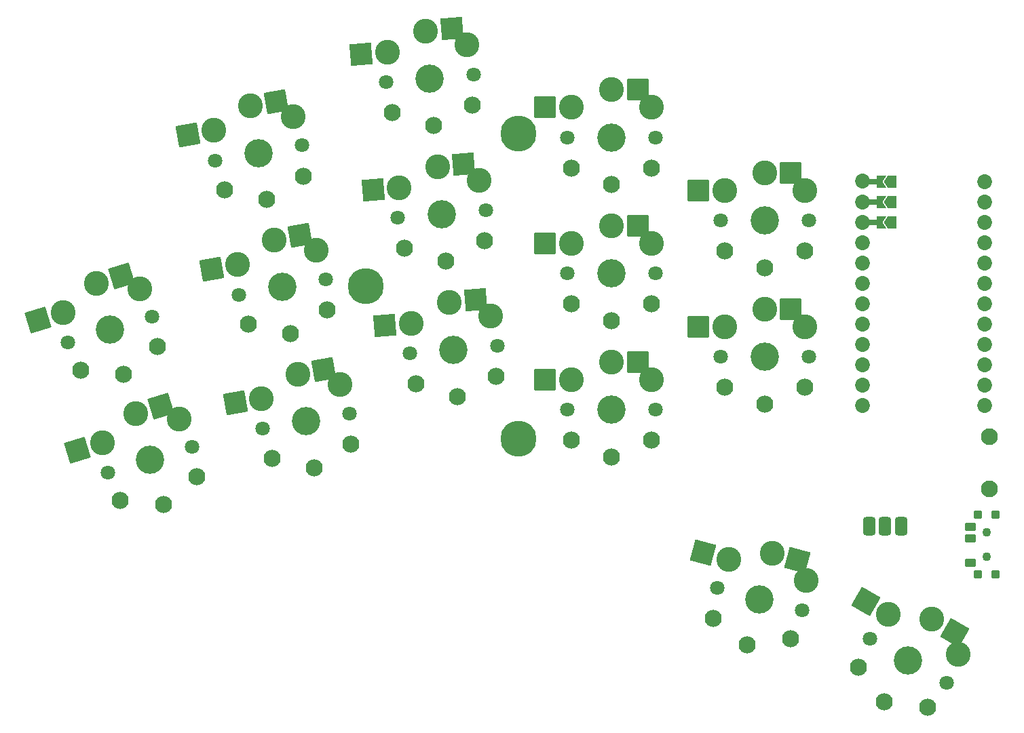
<source format=gts>
%TF.GenerationSoftware,KiCad,Pcbnew,(6.0.4)*%
%TF.CreationDate,2022-05-08T19:11:06+02:00*%
%TF.ProjectId,battoota-curvy,62617474-6f6f-4746-912d-63757276792e,v1.0.0*%
%TF.SameCoordinates,Original*%
%TF.FileFunction,Soldermask,Top*%
%TF.FilePolarity,Negative*%
%FSLAX46Y46*%
G04 Gerber Fmt 4.6, Leading zero omitted, Abs format (unit mm)*
G04 Created by KiCad (PCBNEW (6.0.4)) date 2022-05-08 19:11:06*
%MOMM*%
%LPD*%
G01*
G04 APERTURE LIST*
G04 Aperture macros list*
%AMRoundRect*
0 Rectangle with rounded corners*
0 $1 Rounding radius*
0 $2 $3 $4 $5 $6 $7 $8 $9 X,Y pos of 4 corners*
0 Add a 4 corners polygon primitive as box body*
4,1,4,$2,$3,$4,$5,$6,$7,$8,$9,$2,$3,0*
0 Add four circle primitives for the rounded corners*
1,1,$1+$1,$2,$3*
1,1,$1+$1,$4,$5*
1,1,$1+$1,$6,$7*
1,1,$1+$1,$8,$9*
0 Add four rect primitives between the rounded corners*
20,1,$1+$1,$2,$3,$4,$5,0*
20,1,$1+$1,$4,$5,$6,$7,0*
20,1,$1+$1,$6,$7,$8,$9,0*
20,1,$1+$1,$8,$9,$2,$3,0*%
%AMFreePoly0*
4,1,16,0.535355,0.785355,0.550000,0.750000,0.550000,-0.750000,0.535355,-0.785355,0.500000,-0.800000,-0.650000,-0.800000,-0.685355,-0.785355,-0.700000,-0.750000,-0.691603,-0.722265,-0.210093,0.000000,-0.691603,0.722265,-0.699029,0.759806,-0.677735,0.791603,-0.650000,0.800000,0.500000,0.800000,0.535355,0.785355,0.535355,0.785355,$1*%
%AMFreePoly1*
4,1,16,0.535355,0.785355,0.541603,0.777735,1.041603,0.027735,1.049029,-0.009806,1.041603,-0.027735,0.541603,-0.777735,0.509806,-0.799029,0.500000,-0.800000,-0.500000,-0.800000,-0.535355,-0.785355,-0.550000,-0.750000,-0.550000,0.750000,-0.535355,0.785355,-0.500000,0.800000,0.500000,0.800000,0.535355,0.785355,0.535355,0.785355,$1*%
G04 Aperture macros list end*
%ADD10C,1.801800*%
%ADD11C,3.100000*%
%ADD12C,3.529000*%
%ADD13RoundRect,0.050000X-0.863113X-1.623279X1.623279X-0.863113X0.863113X1.623279X-1.623279X0.863113X0*%
%ADD14RoundRect,0.050000X-0.450000X0.450000X-0.450000X-0.450000X0.450000X-0.450000X0.450000X0.450000X0*%
%ADD15RoundRect,0.050000X-0.625000X0.450000X-0.625000X-0.450000X0.625000X-0.450000X0.625000X0.450000X0*%
%ADD16RoundRect,0.425000X-0.375000X-0.750000X0.375000X-0.750000X0.375000X0.750000X-0.375000X0.750000X0*%
%ADD17C,2.100000*%
%ADD18RoundRect,0.050000X-1.054507X-1.505993X1.505993X-1.054507X1.054507X1.505993X-1.505993X1.054507X0*%
%ADD19C,2.132000*%
%ADD20RoundRect,0.050000X-1.181751X-1.408356X1.408356X-1.181751X1.181751X1.408356X-1.408356X1.181751X0*%
%ADD21RoundRect,0.050000X-1.300000X-1.300000X1.300000X-1.300000X1.300000X1.300000X-1.300000X1.300000X0*%
%ADD22RoundRect,0.050000X-1.775833X-0.475833X0.475833X-1.775833X1.775833X0.475833X-0.475833X1.775833X0*%
%ADD23C,1.100000*%
%ADD24RoundRect,0.050000X-1.592168X-0.919239X0.919239X-1.592168X1.592168X0.919239X-0.919239X1.592168X0*%
%ADD25C,1.852600*%
%ADD26FreePoly0,180.000000*%
%ADD27RoundRect,0.050000X-0.762000X0.250000X-0.762000X-0.250000X0.762000X-0.250000X0.762000X0.250000X0*%
%ADD28FreePoly1,180.000000*%
%ADD29C,4.500000*%
G04 APERTURE END LIST*
D10*
%TO.C,S3*%
X52552902Y64864738D03*
D11*
X51934660Y68597066D03*
D12*
X57812578Y66472782D03*
D11*
X61497708Y71520783D03*
X56072966Y72162795D03*
X56072966Y72162795D03*
D10*
X63072254Y68080826D03*
D13*
X59204864Y73120313D03*
X48802762Y67639549D03*
%TD*%
D14*
%TO.C,T1*%
X161142148Y52149495D03*
X163342148Y59549495D03*
X163342148Y52149495D03*
X161142148Y59549495D03*
D15*
X160167148Y53599495D03*
X160167148Y56599495D03*
X160167148Y58099495D03*
%TD*%
D16*
%TO.C,PAD1*%
X151545396Y58163682D03*
X149545396Y58163682D03*
X147545396Y58163682D03*
%TD*%
D17*
%TO.C,B1*%
X162560000Y69290000D03*
X162560000Y62790000D03*
%TD*%
D11*
%TO.C,S11*%
X75659968Y109306337D03*
X70353903Y110604673D03*
X70353903Y110604673D03*
D10*
X65970667Y103790002D03*
D11*
X65811891Y107569855D03*
D12*
X71387110Y104745067D03*
D10*
X76803553Y105700132D03*
D18*
X73579149Y111173371D03*
X62586645Y107001157D03*
%TD*%
D10*
%TO.C,S34*%
X157191785Y38610213D03*
D12*
X152428645Y41360213D03*
D10*
X147665505Y44110213D03*
D19*
X146198518Y40569316D03*
X154858772Y35569316D03*
X149478645Y36250663D03*
X149478645Y36250663D03*
%TD*%
D12*
%TO.C,S15*%
X94221643Y97114167D03*
D10*
X99700714Y97593524D03*
D11*
X98875782Y101285676D03*
X93703066Y103041525D03*
X93703066Y103041525D03*
X88913835Y100414118D03*
D10*
X88742572Y96634810D03*
D20*
X96965604Y103326961D03*
X85651298Y100128683D03*
%TD*%
D11*
%TO.C,S21*%
X115411087Y95636017D03*
D10*
X109911087Y89686017D03*
D11*
X115411087Y95636017D03*
X120411087Y93436017D03*
D10*
X120911087Y89686017D03*
D11*
X110411087Y93436017D03*
D12*
X115411087Y89686017D03*
D21*
X118686087Y95636017D03*
X107136087Y93436017D03*
%TD*%
D10*
%TO.C,S8*%
X71874705Y70306538D03*
X82707591Y72216668D03*
D12*
X77291148Y71261603D03*
D19*
X73026972Y66651093D03*
X82875050Y68387574D03*
X78315672Y65451237D03*
X78315672Y65451237D03*
%TD*%
D12*
%TO.C,S14*%
X95703291Y80178857D03*
D10*
X101182362Y80658214D03*
X90224220Y79699500D03*
D19*
X91053509Y75957538D03*
X101015456Y76829096D03*
X96217510Y74301308D03*
X96217510Y74301308D03*
%TD*%
D12*
%TO.C,S20*%
X115411087Y72686017D03*
D10*
X109911087Y72686017D03*
X120911087Y72686017D03*
D19*
X120411087Y68886017D03*
X110411087Y68886017D03*
X115411087Y66786017D03*
X115411087Y66786017D03*
%TD*%
D10*
%TO.C,S28*%
X129017334Y79310985D03*
X140017334Y79310985D03*
D12*
X134517334Y79310985D03*
D19*
X129517334Y75510985D03*
X139517334Y75510985D03*
X134517334Y73410985D03*
X134517334Y73410985D03*
%TD*%
D11*
%TO.C,S29*%
X134517334Y102260985D03*
X134517334Y102260985D03*
D10*
X140017334Y96310985D03*
D12*
X134517334Y96310985D03*
D11*
X139517334Y100060985D03*
X129517334Y100060985D03*
D10*
X129017334Y96310985D03*
D21*
X137792334Y102260985D03*
X126242334Y100060985D03*
%TD*%
D12*
%TO.C,S33*%
X152428645Y41360213D03*
D11*
X155403645Y46513064D03*
X149973518Y47107808D03*
D10*
X147665505Y44110213D03*
D11*
X155403645Y46513064D03*
X158633772Y42107808D03*
D10*
X157191785Y38610213D03*
D22*
X158239878Y44875564D03*
X147137285Y48745308D03*
%TD*%
D11*
%TO.C,S7*%
X71715929Y74086391D03*
X81564006Y75822873D03*
X76257941Y77121209D03*
D10*
X71874705Y70306538D03*
D11*
X76257941Y77121209D03*
D10*
X82707591Y72216668D03*
D12*
X77291148Y71261603D03*
D18*
X79483187Y77689907D03*
X68490683Y73517693D03*
%TD*%
D23*
%TO.C,T2*%
X162242148Y57349495D03*
X162242148Y54349495D03*
%TD*%
D12*
%TO.C,S5*%
X52842259Y82729963D03*
D10*
X58101935Y84338007D03*
D11*
X51102647Y88419976D03*
X51102647Y88419976D03*
D10*
X47582583Y81121919D03*
D11*
X46964341Y84854247D03*
X56527389Y87777964D03*
D13*
X54234545Y89377494D03*
X43832443Y83896730D03*
%TD*%
D11*
%TO.C,S27*%
X129517334Y83060985D03*
D10*
X140017334Y79310985D03*
D12*
X134517334Y79310985D03*
D11*
X139517334Y83060985D03*
X134517334Y85260985D03*
X134517334Y85260985D03*
D10*
X129017334Y79310985D03*
D21*
X137792334Y85260985D03*
X126242334Y83060985D03*
%TD*%
D11*
%TO.C,S9*%
X68763910Y90828123D03*
D12*
X74339129Y88003335D03*
D11*
X73305922Y93862941D03*
X78611987Y92564605D03*
D10*
X68922686Y87048270D03*
D11*
X73305922Y93862941D03*
D10*
X79755572Y88958400D03*
D18*
X76531168Y94431639D03*
X65538664Y90259425D03*
%TD*%
D10*
%TO.C,S16*%
X99700714Y97593524D03*
D12*
X94221643Y97114167D03*
D10*
X88742572Y96634810D03*
D19*
X99533808Y93764406D03*
X89571861Y92892848D03*
X94735862Y91236618D03*
X94735862Y91236618D03*
%TD*%
D10*
%TO.C,S30*%
X140017334Y96310985D03*
X129017334Y96310985D03*
D12*
X134517334Y96310985D03*
D19*
X139517334Y92510985D03*
X129517334Y92510985D03*
X134517334Y90410985D03*
X134517334Y90410985D03*
%TD*%
D10*
%TO.C,S13*%
X90224220Y79699500D03*
X101182362Y80658214D03*
D12*
X95703291Y80178857D03*
D11*
X95184714Y86106215D03*
X100357430Y84350366D03*
X95184714Y86106215D03*
X90395483Y83478808D03*
D20*
X98447252Y86391651D03*
X87132946Y83193373D03*
%TD*%
D10*
%TO.C,S24*%
X109911087Y106686017D03*
X120911087Y106686017D03*
D12*
X115411087Y106686017D03*
D19*
X110411087Y102886017D03*
X120411087Y102886017D03*
X115411087Y100786017D03*
X115411087Y100786017D03*
%TD*%
D10*
%TO.C,S17*%
X87260925Y113570120D03*
D12*
X92739996Y114049477D03*
D10*
X98219067Y114528834D03*
D11*
X87432188Y117349428D03*
X97394135Y118220986D03*
X92221419Y119976835D03*
X92221419Y119976835D03*
D20*
X95483957Y120262271D03*
X84169651Y117063993D03*
%TD*%
D10*
%TO.C,S4*%
X52552902Y64864738D03*
X63072254Y68080826D03*
D12*
X57812578Y66472782D03*
D19*
X54142067Y61376965D03*
X63705114Y64300682D03*
X59537571Y60830584D03*
X59537571Y60830584D03*
%TD*%
D10*
%TO.C,S10*%
X79755572Y88958400D03*
X68922686Y87048270D03*
D12*
X74339129Y88003335D03*
D19*
X70074953Y83392825D03*
X79923031Y85129306D03*
X75363653Y82192969D03*
X75363653Y82192969D03*
%TD*%
D10*
%TO.C,S22*%
X109911087Y89686017D03*
X120911087Y89686017D03*
D12*
X115411087Y89686017D03*
D19*
X110411087Y85886017D03*
X120411087Y85886017D03*
X115411087Y83786017D03*
X115411087Y83786017D03*
%TD*%
D12*
%TO.C,S31*%
X133891046Y49038738D03*
D10*
X128578454Y50462243D03*
D11*
X135431019Y54785997D03*
X139691247Y51366865D03*
X135431019Y54785997D03*
X130031988Y53955055D03*
D10*
X139203638Y47615233D03*
D24*
X138594426Y53938364D03*
X126868581Y54802687D03*
%TD*%
D25*
%TO.C,MCU1*%
X161977213Y98602542D03*
D26*
X148993690Y98602542D03*
X148993690Y101142542D03*
D27*
X148068690Y96062542D03*
D25*
X161977213Y96062542D03*
X146737213Y96062542D03*
D27*
X148068690Y101142542D03*
D26*
X148993690Y96062542D03*
D27*
X148068690Y98602542D03*
D25*
X146737213Y101226288D03*
X161977213Y101142542D03*
X146737213Y98602542D03*
D28*
X150443690Y101142542D03*
X150443690Y98602542D03*
X150443690Y96062542D03*
D25*
X146737213Y93522542D03*
X146737213Y90982542D03*
X146737213Y88442542D03*
X146737213Y85902542D03*
X146737213Y83362542D03*
X146737213Y80822542D03*
X146737213Y78282542D03*
X146737213Y75742542D03*
X146737213Y73202542D03*
X161977213Y93522542D03*
X161977213Y90982542D03*
X161977213Y88442542D03*
X161977213Y85902542D03*
X161977213Y83362542D03*
X161977213Y80822542D03*
X161977213Y78282542D03*
X161977213Y75742542D03*
X161977213Y73202542D03*
%TD*%
D10*
%TO.C,S32*%
X139203638Y47615233D03*
D12*
X133891046Y49038738D03*
D10*
X128578454Y50462243D03*
D19*
X137737163Y44074125D03*
X128077904Y46662315D03*
X132364014Y43339776D03*
X132364014Y43339776D03*
%TD*%
D29*
%TO.C,REF\u002A\u002A*%
X84747220Y88141427D03*
X103797220Y69091427D03*
X103797220Y107191427D03*
%TD*%
D12*
%TO.C,S12*%
X71387110Y104745067D03*
D10*
X65970667Y103790002D03*
X76803553Y105700132D03*
D19*
X76971012Y101871038D03*
X67122934Y100134557D03*
X72411634Y98934701D03*
X72411634Y98934701D03*
%TD*%
D12*
%TO.C,S23*%
X115411087Y106686017D03*
D10*
X120911087Y106686017D03*
D11*
X115411087Y112636017D03*
X115411087Y112636017D03*
X110411087Y110436017D03*
X120411087Y110436017D03*
D10*
X109911087Y106686017D03*
D21*
X118686087Y112636017D03*
X107136087Y110436017D03*
%TD*%
D10*
%TO.C,S6*%
X47582583Y81121919D03*
X58101935Y84338007D03*
D12*
X52842259Y82729963D03*
D19*
X49171748Y77634146D03*
X58734795Y80557863D03*
X54567252Y77087765D03*
X54567252Y77087765D03*
%TD*%
D12*
%TO.C,S19*%
X115411087Y72686017D03*
D11*
X115411087Y78636017D03*
X110411087Y76436017D03*
D10*
X120911087Y72686017D03*
X109911087Y72686017D03*
D11*
X120411087Y76436017D03*
X115411087Y78636017D03*
D21*
X118686087Y78636017D03*
X107136087Y76436017D03*
%TD*%
D10*
%TO.C,S18*%
X98219067Y114528834D03*
D12*
X92739996Y114049477D03*
D10*
X87260925Y113570120D03*
D19*
X88090214Y109828158D03*
X98052161Y110699716D03*
X93254215Y108171928D03*
X93254215Y108171928D03*
%TD*%
M02*

</source>
